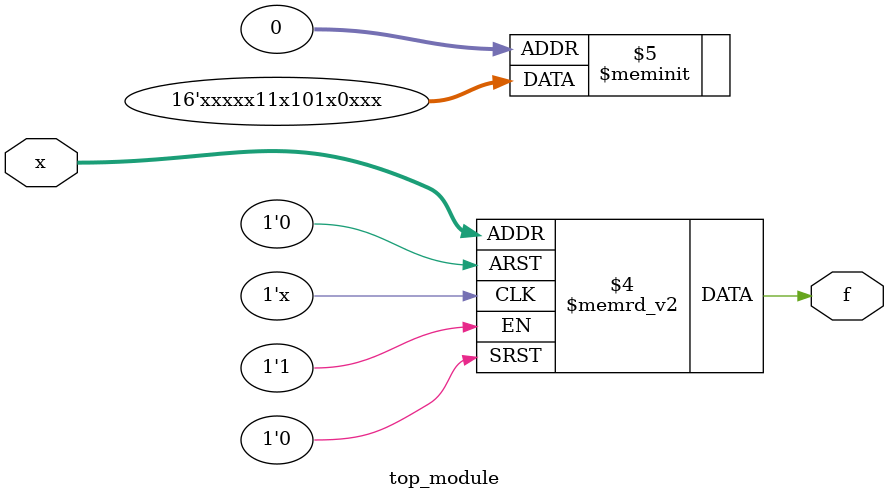
<source format=sv>
module top_module (
	input [4:1] x,
	output logic f
);

always_comb begin
    case (x)
        4'b0011: f = 1'b0;
        4'b0100: f = 1'bx;
        4'b0101: f = 1'b1;
        4'b0110: f = 1'b0;
        4'b0111: f = 1'b1;
        4'b1001: f = 1'b1;
        4'b1010: f = 1'b1;
        4'b1011: f = 1'bx;
        default: f = 1'bx;
    endcase
end

endmodule

</source>
